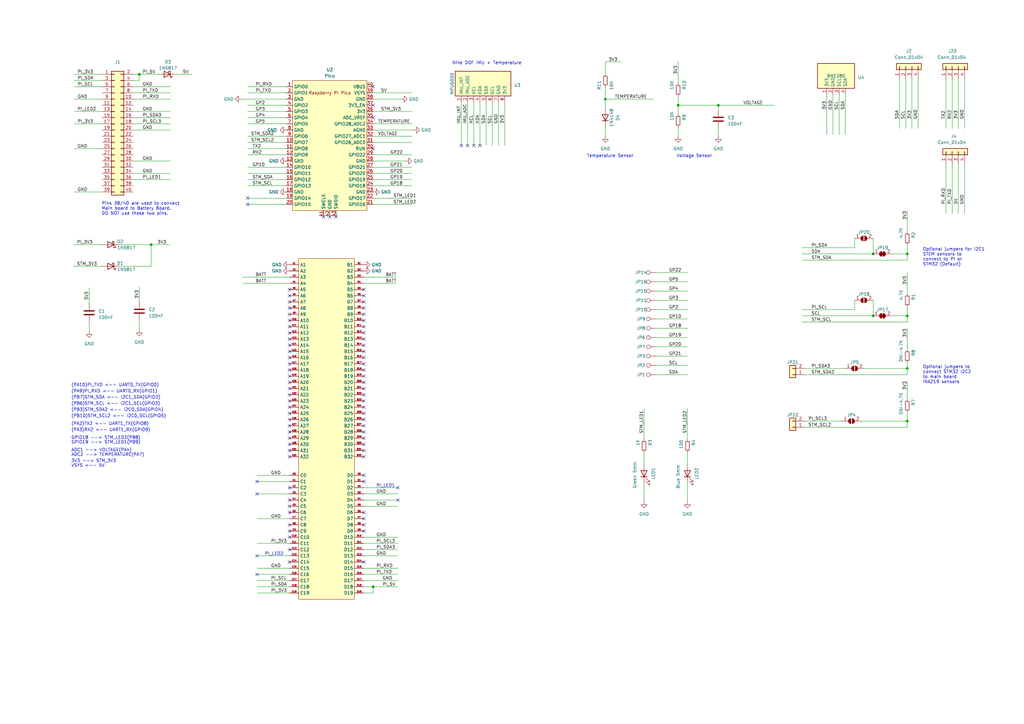
<source format=kicad_sch>
(kicad_sch (version 20230121) (generator eeschema)
  (paper "A3")
  (title_block (title "STEM Board") (date "2023-04-02") (rev "1.0") (company "NTUT"))
  (junction (at 372.11 129.54))
  (junction (at 294.64 43.18))
  (junction (at 153.035 240.665))
  (junction (at 358.14 104.14))
  (junction (at 372.11 172.72))
  (junction (at 372.11 151.13))
  (junction (at 278.13 43.18))
  (junction (at 372.11 104.14))
  (junction (at 57.15 30.48))
  (junction (at 248.285 40.64))
  (junction (at 358.14 129.54))
  (junction (at 61.976 100.33))
  (no_connect (at 132.715 88.9))
  (no_connect (at 149.225 123.825))
  (no_connect (at 101.6 83.82))
  (no_connect (at 118.745 131.445))
  (no_connect (at 153.035 43.18))
  (no_connect (at 118.745 200.025))
  (no_connect (at 118.745 121.285))
  (no_connect (at 118.745 225.425))
  (no_connect (at 149.225 217.805))
  (no_connect (at 149.225 128.905))
  (no_connect (at 135.255 88.9))
  (no_connect (at 118.745 184.785))
  (no_connect (at 118.745 205.105))
  (no_connect (at 105.41 235.585))
  (no_connect (at 118.745 182.245))
  (no_connect (at 149.225 144.145))
  (no_connect (at 118.745 139.065))
  (no_connect (at 137.795 88.9))
  (no_connect (at 118.745 146.685))
  (no_connect (at 118.745 217.805))
  (no_connect (at 149.225 182.245))
  (no_connect (at 149.225 212.725))
  (no_connect (at 149.225 131.445))
  (no_connect (at 194.31 59.69))
  (no_connect (at 118.745 154.305))
  (no_connect (at 149.225 184.785))
  (no_connect (at 149.225 149.225))
  (no_connect (at 118.745 159.385))
  (no_connect (at 118.745 207.645))
  (no_connect (at 149.225 164.465))
  (no_connect (at 149.225 194.945))
  (no_connect (at 196.85 59.69))
  (no_connect (at 118.745 144.145))
  (no_connect (at 149.225 210.185))
  (no_connect (at 149.225 169.545))
  (no_connect (at 118.745 156.845))
  (no_connect (at 118.745 174.625))
  (no_connect (at 118.745 169.545))
  (no_connect (at 118.745 161.925))
  (no_connect (at 118.745 230.505))
  (no_connect (at 149.225 154.305))
  (no_connect (at 149.225 141.605))
  (no_connect (at 149.225 139.065))
  (no_connect (at 118.745 151.765))
  (no_connect (at 149.225 172.085))
  (no_connect (at 118.745 220.345))
  (no_connect (at 153.035 35.56))
  (no_connect (at 118.745 136.525))
  (no_connect (at 118.745 123.825))
  (no_connect (at 149.225 118.745))
  (no_connect (at 118.745 177.165))
  (no_connect (at 118.745 210.185))
  (no_connect (at 118.745 187.325))
  (no_connect (at 118.745 141.605))
  (no_connect (at 118.745 215.265))
  (no_connect (at 163.195 200.025))
  (no_connect (at 149.225 146.685))
  (no_connect (at 153.035 60.96))
  (no_connect (at 149.225 151.765))
  (no_connect (at 149.225 215.265))
  (no_connect (at 149.225 187.325))
  (no_connect (at 118.745 179.705))
  (no_connect (at 149.225 159.385))
  (no_connect (at 153.035 48.26))
  (no_connect (at 118.745 172.085))
  (no_connect (at 118.745 149.225))
  (no_connect (at 118.745 118.745))
  (no_connect (at 149.225 197.485))
  (no_connect (at 118.745 167.005))
  (no_connect (at 118.745 128.905))
  (no_connect (at 149.225 156.845))
  (no_connect (at 101.6 81.28))
  (no_connect (at 149.225 136.525))
  (no_connect (at 189.23 59.69))
  (no_connect (at 149.225 133.985))
  (no_connect (at 149.225 161.925))
  (no_connect (at 118.745 133.985))
  (no_connect (at 149.225 126.365))
  (no_connect (at 163.195 205.105))
  (no_connect (at 149.225 179.705))
  (no_connect (at 149.225 177.165))
  (no_connect (at 149.225 174.625))
  (no_connect (at 149.225 230.505))
  (no_connect (at 149.225 167.005))
  (no_connect (at 191.77 59.69))
  (no_connect (at 105.41 227.965))
  (no_connect (at 149.225 121.285))
  (no_connect (at 118.745 126.365))
  (no_connect (at 105.41 197.485))
  (no_connect (at 105.41 202.565))
  (no_connect (at 118.745 164.465))
  (wire (pts (xy 99.695 116.205) (xy 118.745 116.205)))
  (wire (pts (xy 101.6 38.1) (xy 117.475 38.1)))
  (wire (pts (xy 149.225 233.045) (xy 163.195 233.045)))
  (wire (pts (xy 269.24 149.86) (xy 281.94 149.86)))
  (wire (pts (xy 105.41 212.725) (xy 118.745 212.725)))
  (wire (pts (xy 372.11 125.73) (xy 372.11 129.54)))
  (wire (pts (xy 54.61 53.34) (xy 69.85 53.34)))
  (wire (pts (xy 372.11 100.33) (xy 372.11 104.14)))
  (wire (pts (xy 372.11 132.08) (xy 372.11 129.54)))
  (wire (pts (xy 101.6 43.18) (xy 117.475 43.18)))
  (wire (pts (xy 54.61 38.1) (xy 69.85 38.1)))
  (wire (pts (xy 248.285 40.64) (xy 267.97 40.64)))
  (wire (pts (xy 101.6 68.58) (xy 117.475 68.58)))
  (wire (pts (xy 346.71 38.735) (xy 346.71 55.245)))
  (wire (pts (xy 269.24 134.62) (xy 281.94 134.62)))
  (wire (pts (xy 54.61 73.66) (xy 69.85 73.66)))
  (wire (pts (xy 269.24 119.38) (xy 281.94 119.38)))
  (wire (pts (xy 30.48 50.8) (xy 41.91 50.8)))
  (wire (pts (xy 153.035 71.12) (xy 168.91 71.12)))
  (wire (pts (xy 149.225 227.965) (xy 163.195 227.965)))
  (wire (pts (xy 54.61 33.02) (xy 57.15 33.02)))
  (wire (pts (xy 281.94 198.12) (xy 281.94 205.74)))
  (wire (pts (xy 294.64 52.705) (xy 294.64 55.88)))
  (wire (pts (xy 153.035 76.2) (xy 168.91 76.2)))
  (wire (pts (xy 101.6 71.12) (xy 117.475 71.12)))
  (wire (pts (xy 36.576 132.08) (xy 36.576 135.89)))
  (wire (pts (xy 330.2 151.13) (xy 346.71 151.13)))
  (wire (pts (xy 248.285 52.07) (xy 248.285 55.88)))
  (wire (pts (xy 248.285 40.64) (xy 248.285 44.45)))
  (wire (pts (xy 393.065 52.705) (xy 393.065 32.385)))
  (wire (pts (xy 248.285 30.48) (xy 248.285 25.4)))
  (wire (pts (xy 328.93 101.6) (xy 350.52 101.6)))
  (wire (pts (xy 354.33 151.13) (xy 372.11 151.13)))
  (wire (pts (xy 269.24 115.57) (xy 281.94 115.57)))
  (wire (pts (xy 372.11 86.36) (xy 372.11 95.25)))
  (wire (pts (xy 358.14 123.19) (xy 358.14 129.54)))
  (wire (pts (xy 371.475 52.705) (xy 371.475 32.385)))
  (wire (pts (xy 105.41 197.485) (xy 118.745 197.485)))
  (wire (pts (xy 153.035 243.205) (xy 153.035 240.665)))
  (wire (pts (xy 153.035 45.72) (xy 168.91 45.72)))
  (wire (pts (xy 269.24 146.05) (xy 281.94 146.05)))
  (wire (pts (xy 269.24 142.24) (xy 281.94 142.24)))
  (wire (pts (xy 153.035 63.5) (xy 168.91 63.5)))
  (wire (pts (xy 196.85 41.91) (xy 196.85 59.69)))
  (wire (pts (xy 105.41 235.585) (xy 118.745 235.585)))
  (wire (pts (xy 149.225 207.645) (xy 163.195 207.645)))
  (wire (pts (xy 149.225 238.125) (xy 163.195 238.125)))
  (wire (pts (xy 153.035 68.58) (xy 168.91 68.58)))
  (wire (pts (xy 387.985 87.63) (xy 387.985 67.31)))
  (wire (pts (xy 153.035 73.66) (xy 168.91 73.66)))
  (wire (pts (xy 278.13 52.07) (xy 278.13 55.88)))
  (wire (pts (xy 54.61 71.12) (xy 69.85 71.12)))
  (wire (pts (xy 328.93 127) (xy 350.52 127)))
  (wire (pts (xy 269.24 127) (xy 281.94 127)))
  (wire (pts (xy 153.035 50.8) (xy 168.91 50.8)))
  (wire (pts (xy 54.61 48.26) (xy 69.85 48.26)))
  (wire (pts (xy 199.39 41.91) (xy 199.39 59.69)))
  (wire (pts (xy 169.545 53.34) (xy 153.035 53.34)))
  (wire (pts (xy 204.47 41.91) (xy 204.47 59.69)))
  (wire (pts (xy 353.06 172.72) (xy 372.11 172.72)))
  (wire (pts (xy 294.64 45.085) (xy 294.64 43.18)))
  (wire (pts (xy 368.935 52.705) (xy 368.935 32.385)))
  (wire (pts (xy 365.76 104.14) (xy 372.11 104.14)))
  (wire (pts (xy 30.48 33.02) (xy 41.91 33.02)))
  (wire (pts (xy 372.11 148.59) (xy 372.11 151.13)))
  (wire (pts (xy 372.11 175.26) (xy 372.11 172.72)))
  (wire (pts (xy 101.6 76.2) (xy 117.475 76.2)))
  (wire (pts (xy 101.6 45.72) (xy 117.475 45.72)))
  (wire (pts (xy 372.11 172.72) (xy 372.11 168.91)))
  (wire (pts (xy 341.63 38.735) (xy 341.63 55.245)))
  (wire (pts (xy 49.276 109.22) (xy 61.976 109.22)))
  (wire (pts (xy 149.225 200.025) (xy 163.195 200.025)))
  (wire (pts (xy 164.465 40.64) (xy 153.035 40.64)))
  (wire (pts (xy 30.48 35.56) (xy 41.91 35.56)))
  (wire (pts (xy 372.11 153.67) (xy 372.11 151.13)))
  (wire (pts (xy 330.2 153.67) (xy 372.11 153.67)))
  (wire (pts (xy 390.525 87.63) (xy 390.525 67.31)))
  (wire (pts (xy 105.41 240.665) (xy 118.745 240.665)))
  (wire (pts (xy 105.41 194.945) (xy 118.745 194.945)))
  (wire (pts (xy 61.976 100.33) (xy 69.596 100.33)))
  (wire (pts (xy 101.6 81.28) (xy 117.475 81.28)))
  (wire (pts (xy 153.035 240.665) (xy 163.195 240.665)))
  (wire (pts (xy 294.64 43.18) (xy 317.5 43.18)))
  (wire (pts (xy 105.41 233.045) (xy 118.745 233.045)))
  (wire (pts (xy 101.6 58.42) (xy 117.475 58.42)))
  (wire (pts (xy 99.695 113.665) (xy 118.745 113.665)))
  (wire (pts (xy 387.985 52.705) (xy 387.985 32.385)))
  (wire (pts (xy 153.035 83.82) (xy 168.91 83.82)))
  (wire (pts (xy 395.605 87.63) (xy 395.605 67.31)))
  (wire (pts (xy 330.2 175.26) (xy 372.11 175.26)))
  (wire (pts (xy 30.48 30.48) (xy 41.91 30.48)))
  (wire (pts (xy 149.225 116.205) (xy 162.56 116.205)))
  (wire (pts (xy 101.6 50.8) (xy 117.475 50.8)))
  (wire (pts (xy 54.61 40.64) (xy 69.85 40.64)))
  (wire (pts (xy 153.035 58.42) (xy 168.91 58.42)))
  (wire (pts (xy 30.226 109.22) (xy 41.656 109.22)))
  (wire (pts (xy 374.015 52.705) (xy 374.015 32.385)))
  (wire (pts (xy 328.93 132.08) (xy 372.11 132.08)))
  (wire (pts (xy 350.52 97.79) (xy 350.52 101.6)))
  (wire (pts (xy 101.6 73.66) (xy 117.475 73.66)))
  (wire (pts (xy 269.24 130.81) (xy 281.94 130.81)))
  (wire (pts (xy 264.16 185.42) (xy 264.16 190.5)))
  (wire (pts (xy 36.576 118.11) (xy 36.576 124.46)))
  (wire (pts (xy 339.09 38.735) (xy 339.09 55.245)))
  (wire (pts (xy 281.94 185.42) (xy 281.94 190.5)))
  (wire (pts (xy 54.61 50.8) (xy 69.85 50.8)))
  (wire (pts (xy 372.11 106.68) (xy 372.11 104.14)))
  (wire (pts (xy 328.93 106.68) (xy 372.11 106.68)))
  (wire (pts (xy 372.11 111.76) (xy 372.11 120.65)))
  (wire (pts (xy 105.41 243.205) (xy 118.745 243.205)))
  (wire (pts (xy 264.16 167.64) (xy 264.16 180.34)))
  (wire (pts (xy 372.11 156.21) (xy 372.11 163.83)))
  (wire (pts (xy 149.225 220.345) (xy 163.195 220.345)))
  (wire (pts (xy 278.13 43.18) (xy 278.13 46.99)))
  (wire (pts (xy 248.285 35.56) (xy 248.285 40.64)))
  (wire (pts (xy 30.48 60.96) (xy 41.91 60.96)))
  (wire (pts (xy 153.035 55.88) (xy 168.91 55.88)))
  (wire (pts (xy 344.17 38.735) (xy 344.17 55.245)))
  (wire (pts (xy 264.16 198.12) (xy 264.16 205.74)))
  (wire (pts (xy 101.6 60.96) (xy 117.475 60.96)))
  (wire (pts (xy 390.525 52.705) (xy 390.525 32.385)))
  (wire (pts (xy 201.93 41.91) (xy 201.93 59.69)))
  (wire (pts (xy 269.24 123.19) (xy 281.94 123.19)))
  (wire (pts (xy 105.41 222.885) (xy 118.745 222.885)))
  (wire (pts (xy 166.37 66.04) (xy 153.035 66.04)))
  (wire (pts (xy 54.61 35.56) (xy 69.85 35.56)))
  (wire (pts (xy 30.48 45.72) (xy 41.91 45.72)))
  (wire (pts (xy 149.225 202.565) (xy 163.195 202.565)))
  (wire (pts (xy 294.64 43.18) (xy 278.13 43.18)))
  (wire (pts (xy 278.13 39.37) (xy 278.13 43.18)))
  (wire (pts (xy 57.15 30.48) (xy 57.15 33.02)))
  (wire (pts (xy 254.635 25.4) (xy 248.285 25.4)))
  (wire (pts (xy 61.976 109.22) (xy 61.976 100.33)))
  (wire (pts (xy 54.61 66.04) (xy 69.85 66.04)))
  (wire (pts (xy 101.6 83.82) (xy 117.475 83.82)))
  (wire (pts (xy 281.94 167.64) (xy 281.94 180.34)))
  (wire (pts (xy 105.41 238.125) (xy 118.745 238.125)))
  (wire (pts (xy 278.13 25.4) (xy 278.13 34.29)))
  (wire (pts (xy 49.276 100.33) (xy 61.976 100.33)))
  (wire (pts (xy 328.93 104.14) (xy 358.14 104.14)))
  (wire (pts (xy 269.24 111.76) (xy 281.94 111.76)))
  (wire (pts (xy 194.31 41.91) (xy 194.31 59.69)))
  (wire (pts (xy 57.15 131.445) (xy 57.15 135.255)))
  (wire (pts (xy 393.065 87.63) (xy 393.065 67.31)))
  (wire (pts (xy 54.61 30.48) (xy 57.15 30.48)))
  (wire (pts (xy 30.48 40.64) (xy 41.91 40.64)))
  (wire (pts (xy 269.24 153.67) (xy 281.94 153.67)))
  (wire (pts (xy 330.2 172.72) (xy 345.44 172.72)))
  (wire (pts (xy 365.76 129.54) (xy 372.11 129.54)))
  (wire (pts (xy 153.035 240.665) (xy 149.225 240.665)))
  (wire (pts (xy 207.01 41.91) (xy 207.01 59.69)))
  (wire (pts (xy 149.225 235.585) (xy 163.195 235.585)))
  (wire (pts (xy 358.14 97.79) (xy 358.14 104.14)))
  (wire (pts (xy 101.6 35.56) (xy 117.475 35.56)))
  (wire (pts (xy 149.225 113.665) (xy 162.56 113.665)))
  (wire (pts (xy 57.15 30.48) (xy 64.77 30.48)))
  (wire (pts (xy 149.225 243.205) (xy 153.035 243.205)))
  (wire (pts (xy 101.6 48.26) (xy 117.475 48.26)))
  (wire (pts (xy 101.6 55.88) (xy 117.475 55.88)))
  (wire (pts (xy 350.52 123.19) (xy 350.52 127)))
  (wire (pts (xy 153.035 81.28) (xy 168.91 81.28)))
  (wire (pts (xy 153.035 38.1) (xy 168.91 38.1)))
  (wire (pts (xy 57.15 117.475) (xy 57.15 123.825)))
  (wire (pts (xy 328.93 129.54) (xy 358.14 129.54)))
  (wire (pts (xy 72.39 30.48) (xy 78.74 30.48)))
  (wire (pts (xy 99.06 40.64) (xy 117.475 40.64)))
  (wire (pts (xy 191.77 41.91) (xy 191.77 59.69)))
  (wire (pts (xy 30.226 100.33) (xy 41.656 100.33)))
  (wire (pts (xy 149.225 222.885) (xy 163.195 222.885)))
  (wire (pts (xy 376.555 52.705) (xy 376.555 32.385)))
  (wire (pts (xy 54.61 45.72) (xy 69.85 45.72)))
  (wire (pts (xy 395.605 52.705) (xy 395.605 32.385)))
  (wire (pts (xy 149.225 225.425) (xy 163.195 225.425)))
  (wire (pts (xy 105.41 227.965) (xy 118.745 227.965)))
  (wire (pts (xy 269.24 138.43) (xy 281.94 138.43)))
  (wire (pts (xy 189.23 41.91) (xy 189.23 59.69)))
  (wire (pts (xy 105.41 202.565) (xy 118.745 202.565)))
  (wire (pts (xy 101.6 63.5) (xy 117.475 63.5)))
  (wire (pts (xy 372.11 134.62) (xy 372.11 143.51)))
  (wire (pts (xy 30.48 78.74) (xy 41.91 78.74)))
  (wire (pts (xy 149.225 205.105) (xy 163.195 205.105)))
  (text "(PB3)STM_SDA2 <-- I2C0_SDA(GPIO4)" (at 29.21 168.91 0) (effects (font (size 1.27 1.27)) (justify left bottom)))
  (text "(PB7)STM_SDA <-- I2C1_SDA(GPIO2)" (at 29.21 163.83 0) (effects (font (size 1.27 1.27)) (justify left bottom)))
  (text "PI_LED2" (at 108.585 227.965 0) (effects (font (size 1.27 1.27)) (justify left bottom)))
  (text "Temperature Sensor" (at 240.665 64.77 0) (effects (font (size 1.27 1.27)) (justify left bottom)))
  (text "VSYS <-- 5V" (at 29.21 191.77 0) (effects (font (size 1.27 1.27)) (justify left bottom)))
  (text "(PA2)TX2 <-- UART1_TX(GPIO8)" (at 29.21 174.625 0) (effects (font (size 1.27 1.27)) (justify left bottom)))
  (text "3V3 --> STM_3V3" (at 29.21 189.865 0) (effects (font (size 1.27 1.27)) (justify left bottom)))
  (text "GPIO19 --> STM_LED1(PB9)" (at 29.21 182.245 0) (effects (font (size 1.27 1.27)) (justify left bottom)))
  (text "Pins 38/40 are used to connect\nMain board to Battery Board.\nDO NOT use these two pins.\n" (at 41.656 88.392 0) (effects (font (size 1.27 1.27)) (justify left bottom)))
  (text "PI_LED1" (at 154.305 200.025 0) (effects (font (size 1.27 1.27)) (justify left bottom)))
  (text "Optional jumpers to\nconnect STM32 I2C2\nto main board \nINA219 sensors" (at 378.46 157.48 0) (effects (font (size 1.27 1.27)) (justify left bottom)))
  (text "(PB6)STM_SCL <-- I2C1_SCL(GPIO3)" (at 29.21 166.37 0) (effects (font (size 1.27 1.27)) (justify left bottom)))
  (text "(PB10)STM_SCL2 <-- I2C0_SCL(GPIO5)" (at 29.21 171.45 0) (effects (font (size 1.27 1.27)) (justify left bottom)))
  (text "(PA9)PI_RXD <-- UART0_RX(GPIO1)" (at 29.21 161.29 0) (effects (font (size 1.27 1.27)) (justify left bottom)))
  (text "Optional jumpers for I2C1\nSTEM sensors to\nconnect to Pi or\nSTM32 (Default)" (at 378.46 109.22 0) (effects (font (size 1.27 1.27)) (justify left bottom)))
  (text "(PA10)PI_TXD <-- UART0_TX(GPIO0)" (at 29.21 158.75 0) (effects (font (size 1.27 1.27)) (justify left bottom)))
  (text "(PA3)RX2 <-- UART1_RX(GPIO9)" (at 29.21 177.165 0) (effects (font (size 1.27 1.27)) (justify left bottom)))
  (text "ADC2 --> TEMPERATURE(PA7)" (at 29.21 187.325 0) (effects (font (size 1.27 1.27)) (justify left bottom)))
  (text "GPIO18 --> STM_LED2(PB8)" (at 29.21 180.34 0) (effects (font (size 1.27 1.27)) (justify left bottom)))
  (text "Voltage Sensor" (at 277.495 64.77 0) (effects (font (size 1.27 1.27)) (justify left bottom)))
  (text "Nine DOF IMU + Temperature" (at 185.42 26.67 0) (effects (font (size 1.27 1.27)) (justify left bottom)))
  (text "ADC1 --> VOLTAGE(PA4)" (at 29.21 185.42 0) (effects (font (size 1.27 1.27)) (justify left bottom)))
  (label "BATT" (at 104.775 116.205 0))
  (label "STM_LED2" (at 281.94 177.8 90))
  (label "GND" (at 376.555 48.895 90))
  (label "GND" (at 154.305 207.645 0))
  (label "5V" (at 156.21 38.1 0))
  (label "PI_3V3" (at 31.496 100.33 0))
  (label "PI_5V" (at 58.42 30.48 0))
  (label "SDA" (at 199.39 50.8 90))
  (label "GND" (at 111.125 212.725 0))
  (label "GND" (at 395.605 48.895 90))
  (label "PI_3V3" (at 31.75 50.8 0))
  (label "3V3" (at 278.13 30.48 90))
  (label "GP21" (at 160.02 68.58 0))
  (label "GP10" (at 274.32 130.81 0))
  (label "PI_SCL" (at 111.125 238.125 0))
  (label "VOLTAGE" (at 154.94 55.88 0))
  (label "GP18" (at 274.32 134.62 0))
  (label "TEMPERATURE" (at 154.94 50.8 0))
  (label "SCL" (at 274.32 149.86 0))
  (label "BATT" (at 158.115 116.205 0))
  (label "GND" (at 204.47 50.8 90))
  (label "GND" (at 154.305 220.345 0))
  (label "SCL" (at 344.17 45.085 90))
  (label "GND" (at 58.42 53.34 0))
  (label "GND" (at 111.125 233.045 0))
  (label "STM_SCL" (at 332.74 132.08 0))
  (label "PI_SDA3" (at 332.74 151.13 0))
  (label "PI_3V3" (at 111.125 243.205 0))
  (label "PI_RXD" (at 58.42 40.64 0))
  (label "SDA" (at 274.32 153.67 0))
  (label "3V3" (at 57.15 122.555 90))
  (label "STM_SDA" (at 332.74 106.68 0))
  (label "3V3" (at 372.11 160.02 90))
  (label "GP5" (at 104.775 50.8 0))
  (label "TEMPERATURE" (at 252.095 40.64 0))
  (label "STM_SDA2" (at 102.87 55.88 0))
  (label "3V3" (at 374.015 48.895 90))
  (label "IMU_INT" (at 189.23 50.8 90))
  (label "3V3" (at 372.11 138.43 90))
  (label "3V3" (at 372.11 90.17 90))
  (label "GP22" (at 274.32 111.76 0))
  (label "GP21" (at 274.32 146.05 0))
  (label "PI_SCL3" (at 331.47 172.72 0))
  (label "PI_SCL3" (at 154.305 222.885 0))
  (label "STM_3V3" (at 31.496 109.22 0))
  (label "PI_SCL" (at 332.74 127 0))
  (label "STM_3V3" (at 156.21 45.72 0))
  (label "GND" (at 154.305 227.965 0))
  (label "PI_SDA" (at 111.125 240.665 0))
  (label "SCL" (at 201.93 50.8 90))
  (label "GP2" (at 104.775 43.18 0))
  (label "GP22" (at 160.02 63.5 0))
  (label "GND" (at 341.63 45.085 90))
  (label "RX2" (at 103.505 63.5 0))
  (label "PI_SDA3" (at 154.305 225.425 0))
  (label "STM_SCL2" (at 102.87 58.42 0))
  (label "3V3" (at 36.576 123.19 90))
  (label "PI_TXD" (at 390.525 83.82 90))
  (label "XCL" (at 194.31 50.8 90))
  (label "BATT" (at 104.775 113.665 0))
  (label "GP20" (at 160.02 71.12 0))
  (label "GP10" (at 103.505 68.58 0))
  (label "PI_TXD" (at 104.775 38.1 0))
  (label "STM_SDA2" (at 332.74 153.67 0))
  (label "PI_RXD" (at 387.985 83.82 90))
  (label "5V" (at 393.065 83.82 90))
  (label "GND" (at 154.305 202.565 0))
  (label "GP3" (at 274.32 123.19 0))
  (label "TX2" (at 103.505 60.96 0))
  (label "PI_SCL" (at 31.75 35.56 0))
  (label "PI_3V3" (at 111.125 222.885 0))
  (label "PI_3V3" (at 31.75 30.48 0))
  (label "GND" (at 31.75 40.64 0))
  (label "STM_LED1" (at 161.29 81.28 0))
  (label "PI_LED2" (at 31.75 45.72 0))
  (label "RX2" (at 390.525 48.895 90))
  (label "GND" (at 395.605 83.82 90))
  (label "STM_LED1" (at 264.16 177.8 90))
  (label "VOLTAGE" (at 304.8 43.18 0))
  (label "GP19" (at 274.32 138.43 0))
  (label "SDA" (at 332.74 104.14 0))
  (label "STM_LED2" (at 161.29 83.82 0))
  (label "XDA" (at 196.85 50.8 90))
  (label "GP5" (at 274.32 115.57 0))
  (label "STM_SCL2" (at 331.47 175.26 0))
  (label "PI_TXD" (at 154.305 235.585 0))
  (label "3V3" (at 207.01 50.8 90))
  (label "GP19" (at 160.02 73.66 0))
  (label "SDA" (at 368.935 48.895 90))
  (label "GP4" (at 274.32 119.38 0))
  (label "3V3" (at 249.555 25.4 0))
  (label "GND" (at 58.42 71.12 0))
  (label "PI_RXD" (at 104.775 35.56 0))
  (label "PI_5V" (at 156.845 240.665 0))
  (label "PI_SDA" (at 332.74 101.6 0))
  (label "PI_RXD" (at 154.305 233.045 0))
  (label "SDA" (at 346.71 45.085 90))
  (label "PI_LED1" (at 58.42 73.66 0))
  (label "GND" (at 111.125 194.945 0))
  (label "SCL" (at 332.74 129.54 0))
  (label "PI_SDA3" (at 58.42 48.26 0))
  (label "GND" (at 31.75 78.74 0))
  (label "3V3" (at 64.516 100.33 0))
  (label "PI_SCL3" (at 58.42 50.8 0))
  (label "5V" (at 74.93 30.48 0))
  (label "PI_TXD" (at 58.42 38.1 0))
  (label "3V3" (at 339.09 45.085 90))
  (label "GP20" (at 274.32 142.24 0))
  (label "BATT" (at 158.115 113.665 0))
  (label "STM_SCL" (at 103.505 76.2 0))
  (label "GND" (at 58.42 66.04 0))
  (label "GP18" (at 160.02 76.2 0))
  (label "GP2" (at 274.32 127 0))
  (label "GP3" (at 104.775 45.72 0))
  (label "SCL" (at 371.475 48.895 90))
  (label "GND" (at 156.845 238.125 0))
  (label "GP4" (at 104.775 48.26 0))
  (label "GND" (at 58.42 35.56 0))
  (label "GND" (at 31.75 60.96 0))
  (label "PI_SDA" (at 31.75 33.02 0))
  (label "IMU_ADC" (at 191.77 50.8 90))
  (label "3V3" (at 372.11 116.84 90))
  (label "STM_SDA" (at 103.505 73.66 0))
  (label "TX2" (at 387.985 48.895 90))
  (label "3V3" (at 393.065 48.895 90))
  (label "GND" (at 58.42 45.72 0))
  (symbol (lib_id "Connector_Generic:Conn_01x02") (at 325.12 175.26 180) (unit 1)
    (property "Reference" "JP22" (at 325.12 170.18 0))
    (property "Value" "Conn_01x02" (effects hide))
    (property "Footprint" "Connector_PinHeader_2.54mm:PinHeader_1x02_P2.54mm_Vertical" (effects hide))
  )
  (symbol (lib_id "power:GND") (at 166.37 66.04 90) (unit 1)
    (property "Reference" "#PWR014" (effects hide))
    (property "Value" "GND" (at 169.545 66.04 90) (effects (justify right)))
  )
  (symbol (lib_id "Jumper:SolderJumper_2_Open") (at 350.52 151.13 0) (unit 1)
    (property "Reference" "JP5" (at 350.52 148.59 0))
    (property "Value" "SolderJumper_2_Open" (effects hide))
    (property "Footprint" "Jumper:SolderJumper-2_P1.3mm_Open_Pad1.0x1.5mm" (effects hide))
  )
  (symbol (lib_id "power:GND") (at 149.225 111.125 90) (unit 1)
    (property "Reference" "#PWR019" (effects hide))
    (property "Value" "GND" (at 152.4 111.125 90) (effects (justify right)))
  )
  (symbol (lib_id "Diode:1N5817") (at 45.466 100.33 180) (unit 1)
    (property "Reference" "D2" (at 49.276 99.06 0))
    (property "Value" "1N5817" (at 51.816 101.6 0))
    (property "Footprint" "Library:1N5817_TH_100mil" (effects hide))
    (property "Datasheet" "http://www.vishay.com/docs/88525/1n5817.pdf" (effects hide))
  )
  (symbol (lib_id "Connector_Generic:Conn_01x04") (at 390.525 27.305 90) (unit 1)
    (property "Reference" "J23" (at 392.43 20.955 90) (effects (justify left)))
    (property "Value" "Conn_01x04" (at 396.24 23.495 90) (effects (justify left)))
    (property "Footprint" "Connector_PinHeader_2.54mm:PinHeader_1x04_P2.54mm_Vertical" (effects hide))
  )
  (symbol (lib_id "power:GND") (at 248.285 55.88 0) (unit 1)
    (property "Reference" "#PWR08" (effects hide))
    (property "Value" "GND" (at 248.285 60.96 0))
  )
  (symbol (lib_id "CubeSatSim_Library:BME280_Module") (at 342.9 31.115 0) (unit 1)
    (property "Reference" "U4" (at 351.79 31.75 0) (effects (justify left)))
    (property "Value" "BME280" (at 342.9 31.115 0))
    (property "Footprint" "Library:BME280_Module" (effects hide))
  )
  (symbol (lib_id "Jumper:SolderJumper_2_Bridged") (at 361.95 104.14 0) (unit 1)
    (property "Reference" "JP19" (at 361.95 101.6 0))
    (property "Value" "SolderJumper_2_Bridged" (effects hide))
    (property "Footprint" "Jumper:SolderJumper-2_P1.3mm_Bridged_Pad1.0x1.5mm" (effects hide))
  )
  (symbol (lib_id "Basic:Pico") (at 135.255 59.69 0) (unit 1)
    (property "Reference" "U2" (at 135.255 28.575 0))
    (property "Value" "Pico" (at 135.255 31.115 0))
    (property "Footprint" "Basic:RPi_Pico_TH" (effects hide))
  )
  (symbol (lib_id "Device:R_Small") (at 281.94 182.88 0) (unit 1)
    (property "Reference" "R4" (at 284.48 182.88 90) (effects (justify left)))
    (property "Value" "100" (at 279.4 184.15 90) (effects (justify left)))
    (property "Footprint" "Library:R_TH_V_2.54" (effects hide))
  )
  (symbol (lib_id "Connector:TestPoint") (at 269.24 149.86 90) (unit 1)
    (property "Reference" "JP2" (at 262.89 149.86 90))
    (property "Value" "TestPoint" (effects hide))
    (property "Footprint" "Library:Test_Point_Vertical_S" (effects hide))
  )
  (symbol (lib_id "Device:R_Small") (at 372.11 97.79 0) (unit 1)
    (property "Reference" "R2" (at 374.65 97.79 90) (effects (justify left)))
    (property "Value" "4.7K" (at 369.57 97.79 90) (effects (justify left)))
    (property "Footprint" "Library:R_TH_V_2.54" (effects hide))
  )
  (symbol (lib_id "power:GND") (at 99.06 40.64 270) (unit 1)
    (property "Reference" "#PWR09" (effects hide))
    (property "Value" "GND" (at 95.885 40.64 90) (effects (justify right)))
  )
  (symbol (lib_id "Connector:TestPoint") (at 269.24 123.19 90) (unit 1)
    (property "Reference" "JP11" (at 262.89 123.19 90))
    (property "Value" "TestPoint" (effects hide))
    (property "Footprint" "Library:Test_Point_Vertical_S" (effects hide))
  )
  (symbol (lib_id "power:GND") (at 169.545 53.34 90) (unit 1)
    (property "Reference" "#PWR013" (effects hide))
    (property "Value" "GND" (at 172.72 53.34 90) (effects (justify right)))
  )
  (symbol (lib_id "power:GND") (at 117.475 66.04 270) (unit 1)
    (property "Reference" "#PWR04" (effects hide))
    (property "Value" "GND" (at 114.3 66.04 90) (effects (justify right)))
  )
  (symbol (lib_id "Device:C") (at 57.15 127.635 0) (unit 1)
    (property "Reference" "C2" (at 60.96 127 0) (effects (justify left)))
    (property "Value" "100nF" (at 60.96 129.54 0) (effects (justify left)))
    (property "Footprint" "Library:AMSAT_C_TH_5.08" (effects hide))
  )
  (symbol (lib_id "VST104_symbols:PC104") (at 122.555 245.745 0) (unit 1)
    (property "Reference" "J3" (effects hide))
    (property "Footprint" "VST104_footprints:CubeSat_PC104_16bit_footprint_Edge.Cut" (effects hide))
  )
  (symbol (lib_id "Connector:TestPoint") (at 269.24 130.81 90) (unit 1)
    (property "Reference" "JP9" (at 262.89 130.81 90))
    (property "Value" "TestPoint" (effects hide))
    (property "Footprint" "Library:Test_Point_Vertical_S" (effects hide))
  )
  (symbol (lib_id "Connector_Generic:Conn_02x20_Odd_Even") (at 46.99 53.34 0) (unit 1)
    (property "Reference" "J1" (at 48.26 25.4 0))
    (property "Value" "Conn_02x20_Odd_Even" (effects hide))
    (property "Footprint" "Connector_PinHeader_2.54mm:PinHeader_2x20_P2.54mm_Vertical" (effects hide))
  )
  (symbol (lib_id "Connector:TestPoint") (at 269.24 111.76 90) (unit 1)
    (property "Reference" "JP14" (at 262.89 111.76 90))
    (property "Value" "TestPoint" (effects hide))
    (property "Footprint" "Library:Test_Point_Vertical_S" (effects hide))
  )
  (symbol (lib_id "Connector:TestPoint") (at 269.24 146.05 90) (unit 1)
    (property "Reference" "JP3" (at 262.89 146.05 90))
    (property "Value" "TestPoint" (effects hide))
    (property "Footprint" "Library:Test_Point_Vertical_S" (effects hide))
  )
  (symbol (lib_id "CubeSatSim_Library:MPU6050_IMU") (at 198.12 34.29 0) (unit 1)
    (property "Reference" "U3" (at 210.82 34.925 0) (effects (justify left)))
    (property "Value" "MPU6050" (at 185.42 34.29 90))
    (property "Footprint" "Library:MPU6050_IMU_Module" (effects hide))
  )
  (symbol (lib_id "Device:R_Small") (at 372.11 166.37 0) (unit 1)
    (property "Reference" "R7" (at 374.65 166.37 90) (effects (justify left)))
    (property "Value" "DNI-4.7K" (at 369.57 170.18 90) (effects (justify left)))
    (property "Footprint" "Library:R_TH_V_2.54" (effects hide))
  )
  (symbol (lib_id "Connector:TestPoint") (at 269.24 142.24 90) (unit 1)
    (property "Reference" "JP7" (at 262.89 142.24 90))
    (property "Value" "TestPoint" (effects hide))
    (property "Footprint" "Library:Test_Point_Vertical_S" (effects hide))
  )
  (symbol (lib_id "Connector_Generic:Conn_01x04") (at 371.475 27.305 90) (unit 1)
    (property "Reference" "J2" (at 372.745 20.955 90))
    (property "Value" "Conn_01x04" (at 372.745 23.495 90))
    (property "Footprint" "Connector_PinHeader_2.54mm:PinHeader_1x04_P2.54mm_Vertical" (effects hide))
  )
  (symbol (lib_id "Connector_Generic:Conn_01x04") (at 390.525 62.23 90) (unit 1)
    (property "Reference" "J4" (at 392.43 55.88 90) (effects (justify left)))
    (property "Value" "Conn_01x04" (at 396.24 58.42 90) (effects (justify left)))
    (property "Footprint" "Connector_PinHeader_2.54mm:PinHeader_1x04_P2.54mm_Vertical" (effects hide))
  )
  (symbol (lib_id "Connector:TestPoint") (at 269.24 134.62 90) (unit 1)
    (property "Reference" "JP8" (at 262.89 134.62 90))
    (property "Value" "TestPoint" (effects hide))
    (property "Footprint" "Library:Test_Point_Vertical_S" (effects hide))
  )
  (symbol (lib_id "Diode:1N5817") (at 45.466 109.22 180) (unit 1)
    (property "Reference" "D1" (at 49.276 107.95 0))
    (property "Value" "1N5817" (at 51.816 110.49 0))
    (property "Footprint" "Library:1N5817_TH_100mil" (effects hide))
    (property "Datasheet" "http://www.vishay.com/docs/88525/1n5817.pdf" (effects hide))
  )
  (symbol (lib_id "Jumper:SolderJumper_2_Bridged") (at 361.95 129.54 0) (unit 1)
    (property "Reference" "JP17" (at 361.95 127 0))
    (property "Value" "SolderJumper_2_Bridged" (effects hide))
    (property "Footprint" "Jumper:SolderJumper-2_P1.3mm_Bridged_Pad1.0x1.5mm" (effects hide))
  )
  (symbol (lib_id "power:GND") (at 118.745 108.585 270) (unit 1)
    (property "Reference" "#PWR016" (effects hide))
    (property "Value" "GND" (at 115.57 108.585 90) (effects (justify right)))
  )
  (symbol (lib_id "Connector:TestPoint") (at 269.24 153.67 90) (unit 1)
    (property "Reference" "JP1" (at 262.89 153.67 90))
    (property "Value" "TestPoint" (effects hide))
    (property "Footprint" "Library:Test_Point_Vertical_S" (effects hide))
  )
  (symbol (lib_id "Device:R_Small") (at 372.11 146.05 0) (unit 1)
    (property "Reference" "R8" (at 374.65 146.05 90) (effects (justify left)))
    (property "Value" "DNI-4.7K" (at 369.57 148.59 90) (effects (justify left)))
    (property "Footprint" "Library:R_TH_V_2.54" (effects hide))
  )
  (symbol (lib_id "power:GND") (at 281.94 205.74 0) (unit 1)
    (property "Reference" "#PWR06" (effects hide))
    (property "Value" "GND" (at 281.94 210.82 0))
  )
  (symbol (lib_id "power:GND") (at 117.475 53.34 270) (unit 1)
    (property "Reference" "#PWR07" (effects hide))
    (property "Value" "GND" (at 113.665 53.34 90) (effects (justify right)))
  )
  (symbol (lib_id "Connector:TestPoint") (at 269.24 119.38 90) (unit 1)
    (property "Reference" "JP15" (at 262.89 119.38 90))
    (property "Value" "TestPoint" (effects hide))
    (property "Footprint" "Library:Test_Point_Vertical_S" (effects hide))
  )
  (symbol (lib_id "Device:C") (at 36.576 128.27 0) (unit 1)
    (property "Reference" "C1" (at 40.386 127.635 0) (effects (justify left)))
    (property "Value" "100nF" (at 40.386 130.175 0) (effects (justify left)))
    (property "Footprint" "Library:AMSAT_C_TH_5.08" (effects hide))
  )
  (symbol (lib_id "Jumper:SolderJumper_2_Open") (at 354.33 123.19 0) (unit 1)
    (property "Reference" "JP18" (at 354.33 120.65 0))
    (property "Value" "SolderJumper_2_Open" (effects hide))
    (property "Footprint" "Jumper:SolderJumper-2_P1.3mm_Open_Pad1.0x1.5mm" (effects hide))
  )
  (symbol (lib_id "Diode:1N4148") (at 248.285 48.26 90) (unit 1)
    (property "Reference" "D4" (at 253.365 48.26 0))
    (property "Value" "1N4148" (at 250.825 48.26 0))
    (property "Footprint" "Library:1N5817_TH_100mil" (effects hide))
    (property "Datasheet" "https://assets.nexperia.com/documents/data-sheet/1N4148_1N4448.pdf" (effects hide))
    (property "Sim.Device" "D" (effects hide))
    (property "Sim.Pins" "1=K 2=A" (effects hide))
  )
  (symbol (lib_id "Diode:1N5817") (at 68.58 30.48 180) (unit 1)
    (property "Reference" "D3" (at 68.8975 25.4 0))
    (property "Value" "1N5817" (at 68.8975 27.94 0))
    (property "Footprint" "Library:1N5817_TH_100mil" (effects hide))
    (property "Datasheet" "http://www.vishay.com/docs/88525/1n5817.pdf" (effects hide))
  )
  (symbol (lib_id "power:GND") (at 278.13 55.88 0) (unit 1)
    (property "Reference" "#PWR010" (effects hide))
    (property "Value" "GND" (at 278.13 60.96 0))
  )
  (symbol (lib_id "Device:R_Small") (at 278.13 36.83 0) (unit 1)
    (property "Reference" "R10" (at 280.67 36.83 90) (effects (justify left)))
    (property "Value" "10K" (at 275.59 36.83 90) (effects (justify left)))
    (property "Footprint" "Library:R_TH_V_2.54" (effects hide))
  )
  (symbol (lib_id "power:GND") (at 153.035 78.74 90) (unit 1)
    (property "Reference" "#PWR015" (effects hide))
    (property "Value" "GND" (at 156.21 78.74 90) (effects (justify right)))
  )
  (symbol (lib_id "Connector:TestPoint") (at 269.24 127 90) (unit 1)
    (property "Reference" "JP10" (at 262.89 127 90))
    (property "Value" "TestPoint" (effects hide))
    (property "Footprint" "Library:Test_Point_Vertical_S" (effects hide))
  )
  (symbol (lib_id "Device:R_Small") (at 278.13 49.53 0) (unit 1)
    (property "Reference" "R9" (at 280.67 49.53 90) (effects (justify left)))
    (property "Value" "10K" (at 275.59 49.53 90) (effects (justify left)))
    (property "Footprint" "Library:R_TH_V_2.54" (effects hide))
  )
  (symbol (lib_id "power:GND") (at 36.576 135.89 0) (unit 1)
    (property "Reference" "#PWR01" (effects hide))
    (property "Value" "GND" (at 36.576 140.97 0))
  )
  (symbol (lib_id "power:GND") (at 57.15 135.255 0) (unit 1)
    (property "Reference" "#PWR02" (effects hide))
    (property "Value" "GND" (at 57.15 140.335 0))
  )
  (symbol (lib_id "Device:C") (at 294.64 48.895 180) (unit 1)
    (property "Reference" "C3" (at 298.45 48.26 0) (effects (justify right)))
    (property "Value" "100nF" (at 298.45 50.8 0) (effects (justify right)))
    (property "Footprint" "Library:AMSAT_C_TH_5.08" (effects hide))
  )
  (symbol (lib_id "power:GND") (at 117.475 78.74 270) (unit 1)
    (property "Reference" "#PWR03" (effects hide))
    (property "Value" "GND" (at 114.3 78.74 90) (effects (justify right)))
  )
  (symbol (lib_id "power:GND") (at 294.64 55.88 0) (unit 1)
    (property "Reference" "#PWR011" (effects hide))
    (property "Value" "GND" (at 294.64 60.96 0))
  )
  (symbol (lib_id "Device:R_Small") (at 372.11 123.19 0) (unit 1)
    (property "Reference" "R1" (at 374.65 123.19 90) (effects (justify left)))
    (property "Value" "4.7K" (at 369.57 123.19 90) (effects (justify left)))
    (property "Footprint" "Library:R_TH_V_2.54" (effects hide))
  )
  (symbol (lib_id "Device:R_Small") (at 264.16 182.88 0) (unit 1)
    (property "Reference" "R3" (at 266.7 182.88 90) (effects (justify left)))
    (property "Value" "1K" (at 261.62 182.88 90) (effects (justify left)))
    (property "Footprint" "Library:R_TH_V_2.54" (effects hide))
  )
  (symbol (lib_id "Jumper:SolderJumper_2_Open") (at 354.33 97.79 0) (unit 1)
    (property "Reference" "JP20" (at 354.33 95.25 0))
    (property "Value" "SolderJumper_2_Open" (effects hide))
    (property "Footprint" "Jumper:SolderJumper-2_P1.3mm_Open_Pad1.0x1.5mm" (effects hide))
  )
  (symbol (lib_id "Connector_Generic:Conn_01x02") (at 325.12 153.67 180) (unit 1)
    (property "Reference" "JP21" (at 325.12 148.59 0))
    (property "Value" "Conn_01x02" (effects hide))
    (property "Footprint" "Connector_PinHeader_2.54mm:PinHeader_1x02_P2.54mm_Vertical" (effects hide))
  )
  (symbol (lib_id "power:GND") (at 264.16 205.74 0) (unit 1)
    (property "Reference" "#PWR05" (effects hide))
    (property "Value" "GND" (at 264.16 210.82 0))
  )
  (symbol (lib_id "power:GND") (at 164.465 40.64 90) (unit 1)
    (property "Reference" "#PWR012" (effects hide))
    (property "Value" "GND" (at 167.64 40.64 90) (effects (justify right)))
  )
  (symbol (lib_id "Connector:TestPoint") (at 269.24 115.57 90) (unit 1)
    (property "Reference" "JP16" (at 262.89 115.57 90))
    (property "Value" "TestPoint" (effects hide))
    (property "Footprint" "Library:Test_Point_Vertical_S" (effects hide))
  )
  (symbol (lib_id "Jumper:SolderJumper_2_Open") (at 349.25 172.72 0) (unit 1)
    (property "Reference" "JP4" (at 349.25 170.18 0))
    (property "Value" "SolderJumper_2_Open" (effects hide))
    (property "Footprint" "Jumper:SolderJumper-2_P1.3mm_Open_Pad1.0x1.5mm" (effects hide))
  )
  (symbol (lib_id "power:GND") (at 149.225 108.585 90) (unit 1)
    (property "Reference" "#PWR018" (effects hide))
    (property "Value" "GND" (at 152.4 108.585 90) (effects (justify right)))
  )
  (symbol (lib_id "Device:R_Small") (at 248.285 33.02 180) (unit 1)
    (property "Reference" "R11" (at 245.745 33.02 90) (effects (justify left)))
    (property "Value" "10K" (at 250.825 33.02 90) (effects (justify left)))
    (property "Footprint" "Library:R_TH_V_2.54" (effects hide))
  )
  (symbol (lib_id "Device:LED") (at 281.94 194.31 90) (unit 1)
    (property "Reference" "LED2" (at 285.75 191.77 0) (effects (justify right)))
    (property "Value" "Blue 5mm" (at 278.13 190.5 0) (effects (justify right)))
    (property "Footprint" "LED_THT:LED_D3.0mm" (effects hide))
  )
  (symbol (lib_id "Device:LED") (at 264.16 194.31 90) (unit 1)
    (property "Reference" "LED1" (at 267.97 191.77 0) (effects (justify right)))
    (property "Value" "Green 5mm" (at 260.35 189.23 0) (effects (justify right)))
    (property "Footprint" "LED_THT:LED_D3.0mm" (effects hide))
  )
  (symbol (lib_id "power:GND") (at 118.745 111.125 270) (unit 1)
    (property "Reference" "#PWR017" (effects hide))
    (property "Value" "GND" (at 115.57 111.125 90) (effects (justify right)))
  )
  (symbol (lib_id "Connector:TestPoint") (at 269.24 138.43 90) (unit 1)
    (property "Reference" "JP6" (at 262.89 138.43 90))
    (property "Value" "TestPoint" (effects hide))
    (property "Footprint" "Library:Test_Point_Vertical_S" (effects hide))
  )
)
</source>
